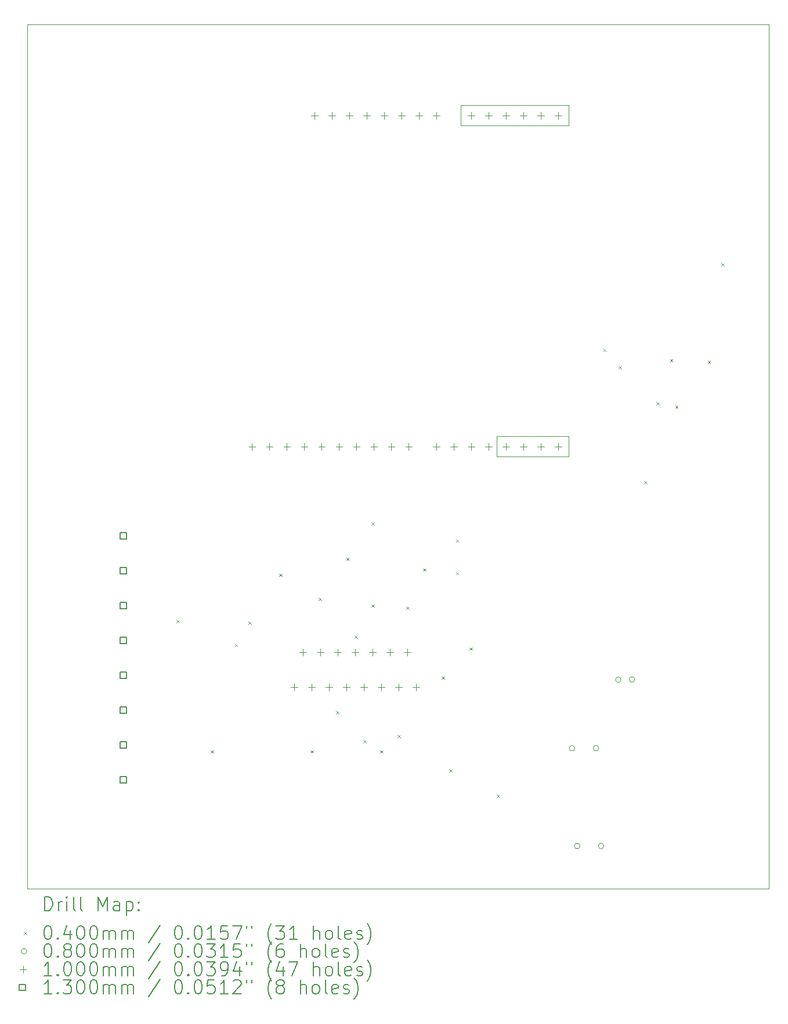
<source format=gbr>
%TF.GenerationSoftware,KiCad,Pcbnew,7.0.8*%
%TF.CreationDate,2024-03-05T18:55:30+01:00*%
%TF.ProjectId,Hacheur 4Q,48616368-6575-4722-9034-512e6b696361,rev?*%
%TF.SameCoordinates,Original*%
%TF.FileFunction,Drillmap*%
%TF.FilePolarity,Positive*%
%FSLAX45Y45*%
G04 Gerber Fmt 4.5, Leading zero omitted, Abs format (unit mm)*
G04 Created by KiCad (PCBNEW 7.0.8) date 2024-03-05 18:55:30*
%MOMM*%
%LPD*%
G01*
G04 APERTURE LIST*
%ADD10C,0.100000*%
%ADD11C,0.200000*%
%ADD12C,0.040000*%
%ADD13C,0.080000*%
%ADD14C,0.130000*%
G04 APERTURE END LIST*
D10*
X10500000Y-2100000D02*
X21325000Y-2100000D01*
X18400000Y-3575000D02*
X16825000Y-3575000D01*
X16825000Y-3275000D01*
X18400000Y-3275000D01*
X18400000Y-3575000D01*
X18400000Y-8400000D02*
X17350000Y-8400000D01*
X17350000Y-8100000D01*
X18400000Y-8100000D01*
X18400000Y-8400000D01*
X21325000Y-14700000D02*
X10500000Y-14700000D01*
X10500000Y-14700000D02*
X10500000Y-2100000D01*
X21325000Y-2100000D02*
X21325000Y-14700000D01*
D11*
D12*
X12680000Y-10780000D02*
X12720000Y-10820000D01*
X12720000Y-10780000D02*
X12680000Y-10820000D01*
X13180000Y-12680000D02*
X13220000Y-12720000D01*
X13220000Y-12680000D02*
X13180000Y-12720000D01*
X13530000Y-11130000D02*
X13570000Y-11170000D01*
X13570000Y-11130000D02*
X13530000Y-11170000D01*
X13730000Y-10805000D02*
X13770000Y-10845000D01*
X13770000Y-10805000D02*
X13730000Y-10845000D01*
X14180000Y-10105000D02*
X14220000Y-10145000D01*
X14220000Y-10105000D02*
X14180000Y-10145000D01*
X14633000Y-12680000D02*
X14673000Y-12720000D01*
X14673000Y-12680000D02*
X14633000Y-12720000D01*
X14755000Y-10455000D02*
X14795000Y-10495000D01*
X14795000Y-10455000D02*
X14755000Y-10495000D01*
X15005000Y-12105000D02*
X15045000Y-12145000D01*
X15045000Y-12105000D02*
X15005000Y-12145000D01*
X15155000Y-9870000D02*
X15195000Y-9910000D01*
X15195000Y-9870000D02*
X15155000Y-9910000D01*
X15280000Y-11005000D02*
X15320000Y-11045000D01*
X15320000Y-11005000D02*
X15280000Y-11045000D01*
X15405000Y-12530000D02*
X15445000Y-12570000D01*
X15445000Y-12530000D02*
X15405000Y-12570000D01*
X15522000Y-9355000D02*
X15562000Y-9395000D01*
X15562000Y-9355000D02*
X15522000Y-9395000D01*
X15522000Y-10555000D02*
X15562000Y-10595000D01*
X15562000Y-10555000D02*
X15522000Y-10595000D01*
X15649000Y-12680000D02*
X15689000Y-12720000D01*
X15689000Y-12680000D02*
X15649000Y-12720000D01*
X15905000Y-12455000D02*
X15945000Y-12495000D01*
X15945000Y-12455000D02*
X15905000Y-12495000D01*
X16031993Y-10581993D02*
X16071993Y-10621993D01*
X16071993Y-10581993D02*
X16031993Y-10621993D01*
X16280000Y-10030000D02*
X16320000Y-10070000D01*
X16320000Y-10030000D02*
X16280000Y-10070000D01*
X16544950Y-11605000D02*
X16584950Y-11645000D01*
X16584950Y-11605000D02*
X16544950Y-11645000D01*
X16655000Y-12955000D02*
X16695000Y-12995000D01*
X16695000Y-12955000D02*
X16655000Y-12995000D01*
X16755000Y-9605000D02*
X16795000Y-9645000D01*
X16795000Y-9605000D02*
X16755000Y-9645000D01*
X16755000Y-10080000D02*
X16795000Y-10120000D01*
X16795000Y-10080000D02*
X16755000Y-10120000D01*
X16955000Y-11180000D02*
X16995000Y-11220000D01*
X16995000Y-11180000D02*
X16955000Y-11220000D01*
X17355000Y-13330000D02*
X17395000Y-13370000D01*
X17395000Y-13330000D02*
X17355000Y-13370000D01*
X18905000Y-6830000D02*
X18945000Y-6870000D01*
X18945000Y-6830000D02*
X18905000Y-6870000D01*
X19130000Y-7080000D02*
X19170000Y-7120000D01*
X19170000Y-7080000D02*
X19130000Y-7120000D01*
X19505000Y-8755000D02*
X19545000Y-8795000D01*
X19545000Y-8755000D02*
X19505000Y-8795000D01*
X19680000Y-7605000D02*
X19720000Y-7645000D01*
X19720000Y-7605000D02*
X19680000Y-7645000D01*
X19880000Y-6980000D02*
X19920000Y-7020000D01*
X19920000Y-6980000D02*
X19880000Y-7020000D01*
X19955000Y-7655000D02*
X19995000Y-7695000D01*
X19995000Y-7655000D02*
X19955000Y-7695000D01*
X20430000Y-7005000D02*
X20470000Y-7045000D01*
X20470000Y-7005000D02*
X20430000Y-7045000D01*
X20630000Y-5580000D02*
X20670000Y-5620000D01*
X20670000Y-5580000D02*
X20630000Y-5620000D01*
D13*
X18490000Y-12650000D02*
G75*
G03*
X18490000Y-12650000I-40000J0D01*
G01*
X18565000Y-14075000D02*
G75*
G03*
X18565000Y-14075000I-40000J0D01*
G01*
X18840000Y-12650000D02*
G75*
G03*
X18840000Y-12650000I-40000J0D01*
G01*
X18915000Y-14075000D02*
G75*
G03*
X18915000Y-14075000I-40000J0D01*
G01*
X19165000Y-11650000D02*
G75*
G03*
X19165000Y-11650000I-40000J0D01*
G01*
X19365000Y-11650000D02*
G75*
G03*
X19365000Y-11650000I-40000J0D01*
G01*
D10*
X13782000Y-8201000D02*
X13782000Y-8301000D01*
X13732000Y-8251000D02*
X13832000Y-8251000D01*
X14036000Y-8201000D02*
X14036000Y-8301000D01*
X13986000Y-8251000D02*
X14086000Y-8251000D01*
X14290000Y-8201000D02*
X14290000Y-8301000D01*
X14240000Y-8251000D02*
X14340000Y-8251000D01*
X14399000Y-11708000D02*
X14399000Y-11808000D01*
X14349000Y-11758000D02*
X14449000Y-11758000D01*
X14526000Y-11200000D02*
X14526000Y-11300000D01*
X14476000Y-11250000D02*
X14576000Y-11250000D01*
X14544000Y-8201000D02*
X14544000Y-8301000D01*
X14494000Y-8251000D02*
X14594000Y-8251000D01*
X14653000Y-11708000D02*
X14653000Y-11808000D01*
X14603000Y-11758000D02*
X14703000Y-11758000D01*
X14696000Y-3375000D02*
X14696000Y-3475000D01*
X14646000Y-3425000D02*
X14746000Y-3425000D01*
X14780000Y-11200000D02*
X14780000Y-11300000D01*
X14730000Y-11250000D02*
X14830000Y-11250000D01*
X14798000Y-8201000D02*
X14798000Y-8301000D01*
X14748000Y-8251000D02*
X14848000Y-8251000D01*
X14907000Y-11708000D02*
X14907000Y-11808000D01*
X14857000Y-11758000D02*
X14957000Y-11758000D01*
X14950000Y-3375000D02*
X14950000Y-3475000D01*
X14900000Y-3425000D02*
X15000000Y-3425000D01*
X15034000Y-11200000D02*
X15034000Y-11300000D01*
X14984000Y-11250000D02*
X15084000Y-11250000D01*
X15052000Y-8201000D02*
X15052000Y-8301000D01*
X15002000Y-8251000D02*
X15102000Y-8251000D01*
X15161000Y-11708000D02*
X15161000Y-11808000D01*
X15111000Y-11758000D02*
X15211000Y-11758000D01*
X15204000Y-3375000D02*
X15204000Y-3475000D01*
X15154000Y-3425000D02*
X15254000Y-3425000D01*
X15288000Y-11200000D02*
X15288000Y-11300000D01*
X15238000Y-11250000D02*
X15338000Y-11250000D01*
X15306000Y-8201000D02*
X15306000Y-8301000D01*
X15256000Y-8251000D02*
X15356000Y-8251000D01*
X15415000Y-11708000D02*
X15415000Y-11808000D01*
X15365000Y-11758000D02*
X15465000Y-11758000D01*
X15458000Y-3375000D02*
X15458000Y-3475000D01*
X15408000Y-3425000D02*
X15508000Y-3425000D01*
X15542000Y-11200000D02*
X15542000Y-11300000D01*
X15492000Y-11250000D02*
X15592000Y-11250000D01*
X15560000Y-8201000D02*
X15560000Y-8301000D01*
X15510000Y-8251000D02*
X15610000Y-8251000D01*
X15669000Y-11708000D02*
X15669000Y-11808000D01*
X15619000Y-11758000D02*
X15719000Y-11758000D01*
X15712000Y-3375000D02*
X15712000Y-3475000D01*
X15662000Y-3425000D02*
X15762000Y-3425000D01*
X15796000Y-11200000D02*
X15796000Y-11300000D01*
X15746000Y-11250000D02*
X15846000Y-11250000D01*
X15814000Y-8201000D02*
X15814000Y-8301000D01*
X15764000Y-8251000D02*
X15864000Y-8251000D01*
X15923000Y-11708000D02*
X15923000Y-11808000D01*
X15873000Y-11758000D02*
X15973000Y-11758000D01*
X15966000Y-3375000D02*
X15966000Y-3475000D01*
X15916000Y-3425000D02*
X16016000Y-3425000D01*
X16050000Y-11200000D02*
X16050000Y-11300000D01*
X16000000Y-11250000D02*
X16100000Y-11250000D01*
X16068000Y-8201000D02*
X16068000Y-8301000D01*
X16018000Y-8251000D02*
X16118000Y-8251000D01*
X16177000Y-11708000D02*
X16177000Y-11808000D01*
X16127000Y-11758000D02*
X16227000Y-11758000D01*
X16220000Y-3375000D02*
X16220000Y-3475000D01*
X16170000Y-3425000D02*
X16270000Y-3425000D01*
X16474000Y-3375000D02*
X16474000Y-3475000D01*
X16424000Y-3425000D02*
X16524000Y-3425000D01*
X16474000Y-8201000D02*
X16474000Y-8301000D01*
X16424000Y-8251000D02*
X16524000Y-8251000D01*
X16728000Y-8201000D02*
X16728000Y-8301000D01*
X16678000Y-8251000D02*
X16778000Y-8251000D01*
X16982000Y-3375000D02*
X16982000Y-3475000D01*
X16932000Y-3425000D02*
X17032000Y-3425000D01*
X16982000Y-8201000D02*
X16982000Y-8301000D01*
X16932000Y-8251000D02*
X17032000Y-8251000D01*
X17236000Y-3375000D02*
X17236000Y-3475000D01*
X17186000Y-3425000D02*
X17286000Y-3425000D01*
X17236000Y-8201000D02*
X17236000Y-8301000D01*
X17186000Y-8251000D02*
X17286000Y-8251000D01*
X17490000Y-3375000D02*
X17490000Y-3475000D01*
X17440000Y-3425000D02*
X17540000Y-3425000D01*
X17490000Y-8201000D02*
X17490000Y-8301000D01*
X17440000Y-8251000D02*
X17540000Y-8251000D01*
X17744000Y-3375000D02*
X17744000Y-3475000D01*
X17694000Y-3425000D02*
X17794000Y-3425000D01*
X17744000Y-8201000D02*
X17744000Y-8301000D01*
X17694000Y-8251000D02*
X17794000Y-8251000D01*
X17998000Y-3375000D02*
X17998000Y-3475000D01*
X17948000Y-3425000D02*
X18048000Y-3425000D01*
X17998000Y-8201000D02*
X17998000Y-8301000D01*
X17948000Y-8251000D02*
X18048000Y-8251000D01*
X18252000Y-3375000D02*
X18252000Y-3475000D01*
X18202000Y-3425000D02*
X18302000Y-3425000D01*
X18252000Y-8201000D02*
X18252000Y-8301000D01*
X18202000Y-8251000D02*
X18302000Y-8251000D01*
D14*
X11945962Y-9597962D02*
X11945962Y-9506038D01*
X11854038Y-9506038D01*
X11854038Y-9597962D01*
X11945962Y-9597962D01*
X11945962Y-10105962D02*
X11945962Y-10014038D01*
X11854038Y-10014038D01*
X11854038Y-10105962D01*
X11945962Y-10105962D01*
X11945962Y-10613962D02*
X11945962Y-10522038D01*
X11854038Y-10522038D01*
X11854038Y-10613962D01*
X11945962Y-10613962D01*
X11945962Y-11121962D02*
X11945962Y-11030038D01*
X11854038Y-11030038D01*
X11854038Y-11121962D01*
X11945962Y-11121962D01*
X11945962Y-11629962D02*
X11945962Y-11538038D01*
X11854038Y-11538038D01*
X11854038Y-11629962D01*
X11945962Y-11629962D01*
X11945962Y-12137962D02*
X11945962Y-12046038D01*
X11854038Y-12046038D01*
X11854038Y-12137962D01*
X11945962Y-12137962D01*
X11945962Y-12645962D02*
X11945962Y-12554038D01*
X11854038Y-12554038D01*
X11854038Y-12645962D01*
X11945962Y-12645962D01*
X11945962Y-13153962D02*
X11945962Y-13062038D01*
X11854038Y-13062038D01*
X11854038Y-13153962D01*
X11945962Y-13153962D01*
D11*
X10755777Y-15016484D02*
X10755777Y-14816484D01*
X10755777Y-14816484D02*
X10803396Y-14816484D01*
X10803396Y-14816484D02*
X10831967Y-14826008D01*
X10831967Y-14826008D02*
X10851015Y-14845055D01*
X10851015Y-14845055D02*
X10860539Y-14864103D01*
X10860539Y-14864103D02*
X10870063Y-14902198D01*
X10870063Y-14902198D02*
X10870063Y-14930769D01*
X10870063Y-14930769D02*
X10860539Y-14968865D01*
X10860539Y-14968865D02*
X10851015Y-14987912D01*
X10851015Y-14987912D02*
X10831967Y-15006960D01*
X10831967Y-15006960D02*
X10803396Y-15016484D01*
X10803396Y-15016484D02*
X10755777Y-15016484D01*
X10955777Y-15016484D02*
X10955777Y-14883150D01*
X10955777Y-14921246D02*
X10965301Y-14902198D01*
X10965301Y-14902198D02*
X10974824Y-14892674D01*
X10974824Y-14892674D02*
X10993872Y-14883150D01*
X10993872Y-14883150D02*
X11012920Y-14883150D01*
X11079586Y-15016484D02*
X11079586Y-14883150D01*
X11079586Y-14816484D02*
X11070063Y-14826008D01*
X11070063Y-14826008D02*
X11079586Y-14835531D01*
X11079586Y-14835531D02*
X11089110Y-14826008D01*
X11089110Y-14826008D02*
X11079586Y-14816484D01*
X11079586Y-14816484D02*
X11079586Y-14835531D01*
X11203396Y-15016484D02*
X11184348Y-15006960D01*
X11184348Y-15006960D02*
X11174824Y-14987912D01*
X11174824Y-14987912D02*
X11174824Y-14816484D01*
X11308158Y-15016484D02*
X11289110Y-15006960D01*
X11289110Y-15006960D02*
X11279586Y-14987912D01*
X11279586Y-14987912D02*
X11279586Y-14816484D01*
X11536729Y-15016484D02*
X11536729Y-14816484D01*
X11536729Y-14816484D02*
X11603396Y-14959341D01*
X11603396Y-14959341D02*
X11670062Y-14816484D01*
X11670062Y-14816484D02*
X11670062Y-15016484D01*
X11851015Y-15016484D02*
X11851015Y-14911722D01*
X11851015Y-14911722D02*
X11841491Y-14892674D01*
X11841491Y-14892674D02*
X11822443Y-14883150D01*
X11822443Y-14883150D02*
X11784348Y-14883150D01*
X11784348Y-14883150D02*
X11765301Y-14892674D01*
X11851015Y-15006960D02*
X11831967Y-15016484D01*
X11831967Y-15016484D02*
X11784348Y-15016484D01*
X11784348Y-15016484D02*
X11765301Y-15006960D01*
X11765301Y-15006960D02*
X11755777Y-14987912D01*
X11755777Y-14987912D02*
X11755777Y-14968865D01*
X11755777Y-14968865D02*
X11765301Y-14949817D01*
X11765301Y-14949817D02*
X11784348Y-14940293D01*
X11784348Y-14940293D02*
X11831967Y-14940293D01*
X11831967Y-14940293D02*
X11851015Y-14930769D01*
X11946253Y-14883150D02*
X11946253Y-15083150D01*
X11946253Y-14892674D02*
X11965301Y-14883150D01*
X11965301Y-14883150D02*
X12003396Y-14883150D01*
X12003396Y-14883150D02*
X12022443Y-14892674D01*
X12022443Y-14892674D02*
X12031967Y-14902198D01*
X12031967Y-14902198D02*
X12041491Y-14921246D01*
X12041491Y-14921246D02*
X12041491Y-14978388D01*
X12041491Y-14978388D02*
X12031967Y-14997436D01*
X12031967Y-14997436D02*
X12022443Y-15006960D01*
X12022443Y-15006960D02*
X12003396Y-15016484D01*
X12003396Y-15016484D02*
X11965301Y-15016484D01*
X11965301Y-15016484D02*
X11946253Y-15006960D01*
X12127205Y-14997436D02*
X12136729Y-15006960D01*
X12136729Y-15006960D02*
X12127205Y-15016484D01*
X12127205Y-15016484D02*
X12117682Y-15006960D01*
X12117682Y-15006960D02*
X12127205Y-14997436D01*
X12127205Y-14997436D02*
X12127205Y-15016484D01*
X12127205Y-14892674D02*
X12136729Y-14902198D01*
X12136729Y-14902198D02*
X12127205Y-14911722D01*
X12127205Y-14911722D02*
X12117682Y-14902198D01*
X12117682Y-14902198D02*
X12127205Y-14892674D01*
X12127205Y-14892674D02*
X12127205Y-14911722D01*
D12*
X10455000Y-15325000D02*
X10495000Y-15365000D01*
X10495000Y-15325000D02*
X10455000Y-15365000D01*
D11*
X10793872Y-15236484D02*
X10812920Y-15236484D01*
X10812920Y-15236484D02*
X10831967Y-15246008D01*
X10831967Y-15246008D02*
X10841491Y-15255531D01*
X10841491Y-15255531D02*
X10851015Y-15274579D01*
X10851015Y-15274579D02*
X10860539Y-15312674D01*
X10860539Y-15312674D02*
X10860539Y-15360293D01*
X10860539Y-15360293D02*
X10851015Y-15398388D01*
X10851015Y-15398388D02*
X10841491Y-15417436D01*
X10841491Y-15417436D02*
X10831967Y-15426960D01*
X10831967Y-15426960D02*
X10812920Y-15436484D01*
X10812920Y-15436484D02*
X10793872Y-15436484D01*
X10793872Y-15436484D02*
X10774824Y-15426960D01*
X10774824Y-15426960D02*
X10765301Y-15417436D01*
X10765301Y-15417436D02*
X10755777Y-15398388D01*
X10755777Y-15398388D02*
X10746253Y-15360293D01*
X10746253Y-15360293D02*
X10746253Y-15312674D01*
X10746253Y-15312674D02*
X10755777Y-15274579D01*
X10755777Y-15274579D02*
X10765301Y-15255531D01*
X10765301Y-15255531D02*
X10774824Y-15246008D01*
X10774824Y-15246008D02*
X10793872Y-15236484D01*
X10946253Y-15417436D02*
X10955777Y-15426960D01*
X10955777Y-15426960D02*
X10946253Y-15436484D01*
X10946253Y-15436484D02*
X10936729Y-15426960D01*
X10936729Y-15426960D02*
X10946253Y-15417436D01*
X10946253Y-15417436D02*
X10946253Y-15436484D01*
X11127205Y-15303150D02*
X11127205Y-15436484D01*
X11079586Y-15226960D02*
X11031967Y-15369817D01*
X11031967Y-15369817D02*
X11155777Y-15369817D01*
X11270062Y-15236484D02*
X11289110Y-15236484D01*
X11289110Y-15236484D02*
X11308158Y-15246008D01*
X11308158Y-15246008D02*
X11317682Y-15255531D01*
X11317682Y-15255531D02*
X11327205Y-15274579D01*
X11327205Y-15274579D02*
X11336729Y-15312674D01*
X11336729Y-15312674D02*
X11336729Y-15360293D01*
X11336729Y-15360293D02*
X11327205Y-15398388D01*
X11327205Y-15398388D02*
X11317682Y-15417436D01*
X11317682Y-15417436D02*
X11308158Y-15426960D01*
X11308158Y-15426960D02*
X11289110Y-15436484D01*
X11289110Y-15436484D02*
X11270062Y-15436484D01*
X11270062Y-15436484D02*
X11251015Y-15426960D01*
X11251015Y-15426960D02*
X11241491Y-15417436D01*
X11241491Y-15417436D02*
X11231967Y-15398388D01*
X11231967Y-15398388D02*
X11222443Y-15360293D01*
X11222443Y-15360293D02*
X11222443Y-15312674D01*
X11222443Y-15312674D02*
X11231967Y-15274579D01*
X11231967Y-15274579D02*
X11241491Y-15255531D01*
X11241491Y-15255531D02*
X11251015Y-15246008D01*
X11251015Y-15246008D02*
X11270062Y-15236484D01*
X11460539Y-15236484D02*
X11479586Y-15236484D01*
X11479586Y-15236484D02*
X11498634Y-15246008D01*
X11498634Y-15246008D02*
X11508158Y-15255531D01*
X11508158Y-15255531D02*
X11517682Y-15274579D01*
X11517682Y-15274579D02*
X11527205Y-15312674D01*
X11527205Y-15312674D02*
X11527205Y-15360293D01*
X11527205Y-15360293D02*
X11517682Y-15398388D01*
X11517682Y-15398388D02*
X11508158Y-15417436D01*
X11508158Y-15417436D02*
X11498634Y-15426960D01*
X11498634Y-15426960D02*
X11479586Y-15436484D01*
X11479586Y-15436484D02*
X11460539Y-15436484D01*
X11460539Y-15436484D02*
X11441491Y-15426960D01*
X11441491Y-15426960D02*
X11431967Y-15417436D01*
X11431967Y-15417436D02*
X11422443Y-15398388D01*
X11422443Y-15398388D02*
X11412920Y-15360293D01*
X11412920Y-15360293D02*
X11412920Y-15312674D01*
X11412920Y-15312674D02*
X11422443Y-15274579D01*
X11422443Y-15274579D02*
X11431967Y-15255531D01*
X11431967Y-15255531D02*
X11441491Y-15246008D01*
X11441491Y-15246008D02*
X11460539Y-15236484D01*
X11612920Y-15436484D02*
X11612920Y-15303150D01*
X11612920Y-15322198D02*
X11622443Y-15312674D01*
X11622443Y-15312674D02*
X11641491Y-15303150D01*
X11641491Y-15303150D02*
X11670063Y-15303150D01*
X11670063Y-15303150D02*
X11689110Y-15312674D01*
X11689110Y-15312674D02*
X11698634Y-15331722D01*
X11698634Y-15331722D02*
X11698634Y-15436484D01*
X11698634Y-15331722D02*
X11708158Y-15312674D01*
X11708158Y-15312674D02*
X11727205Y-15303150D01*
X11727205Y-15303150D02*
X11755777Y-15303150D01*
X11755777Y-15303150D02*
X11774824Y-15312674D01*
X11774824Y-15312674D02*
X11784348Y-15331722D01*
X11784348Y-15331722D02*
X11784348Y-15436484D01*
X11879586Y-15436484D02*
X11879586Y-15303150D01*
X11879586Y-15322198D02*
X11889110Y-15312674D01*
X11889110Y-15312674D02*
X11908158Y-15303150D01*
X11908158Y-15303150D02*
X11936729Y-15303150D01*
X11936729Y-15303150D02*
X11955777Y-15312674D01*
X11955777Y-15312674D02*
X11965301Y-15331722D01*
X11965301Y-15331722D02*
X11965301Y-15436484D01*
X11965301Y-15331722D02*
X11974824Y-15312674D01*
X11974824Y-15312674D02*
X11993872Y-15303150D01*
X11993872Y-15303150D02*
X12022443Y-15303150D01*
X12022443Y-15303150D02*
X12041491Y-15312674D01*
X12041491Y-15312674D02*
X12051015Y-15331722D01*
X12051015Y-15331722D02*
X12051015Y-15436484D01*
X12441491Y-15226960D02*
X12270063Y-15484103D01*
X12698634Y-15236484D02*
X12717682Y-15236484D01*
X12717682Y-15236484D02*
X12736729Y-15246008D01*
X12736729Y-15246008D02*
X12746253Y-15255531D01*
X12746253Y-15255531D02*
X12755777Y-15274579D01*
X12755777Y-15274579D02*
X12765301Y-15312674D01*
X12765301Y-15312674D02*
X12765301Y-15360293D01*
X12765301Y-15360293D02*
X12755777Y-15398388D01*
X12755777Y-15398388D02*
X12746253Y-15417436D01*
X12746253Y-15417436D02*
X12736729Y-15426960D01*
X12736729Y-15426960D02*
X12717682Y-15436484D01*
X12717682Y-15436484D02*
X12698634Y-15436484D01*
X12698634Y-15436484D02*
X12679586Y-15426960D01*
X12679586Y-15426960D02*
X12670063Y-15417436D01*
X12670063Y-15417436D02*
X12660539Y-15398388D01*
X12660539Y-15398388D02*
X12651015Y-15360293D01*
X12651015Y-15360293D02*
X12651015Y-15312674D01*
X12651015Y-15312674D02*
X12660539Y-15274579D01*
X12660539Y-15274579D02*
X12670063Y-15255531D01*
X12670063Y-15255531D02*
X12679586Y-15246008D01*
X12679586Y-15246008D02*
X12698634Y-15236484D01*
X12851015Y-15417436D02*
X12860539Y-15426960D01*
X12860539Y-15426960D02*
X12851015Y-15436484D01*
X12851015Y-15436484D02*
X12841491Y-15426960D01*
X12841491Y-15426960D02*
X12851015Y-15417436D01*
X12851015Y-15417436D02*
X12851015Y-15436484D01*
X12984348Y-15236484D02*
X13003396Y-15236484D01*
X13003396Y-15236484D02*
X13022444Y-15246008D01*
X13022444Y-15246008D02*
X13031967Y-15255531D01*
X13031967Y-15255531D02*
X13041491Y-15274579D01*
X13041491Y-15274579D02*
X13051015Y-15312674D01*
X13051015Y-15312674D02*
X13051015Y-15360293D01*
X13051015Y-15360293D02*
X13041491Y-15398388D01*
X13041491Y-15398388D02*
X13031967Y-15417436D01*
X13031967Y-15417436D02*
X13022444Y-15426960D01*
X13022444Y-15426960D02*
X13003396Y-15436484D01*
X13003396Y-15436484D02*
X12984348Y-15436484D01*
X12984348Y-15436484D02*
X12965301Y-15426960D01*
X12965301Y-15426960D02*
X12955777Y-15417436D01*
X12955777Y-15417436D02*
X12946253Y-15398388D01*
X12946253Y-15398388D02*
X12936729Y-15360293D01*
X12936729Y-15360293D02*
X12936729Y-15312674D01*
X12936729Y-15312674D02*
X12946253Y-15274579D01*
X12946253Y-15274579D02*
X12955777Y-15255531D01*
X12955777Y-15255531D02*
X12965301Y-15246008D01*
X12965301Y-15246008D02*
X12984348Y-15236484D01*
X13241491Y-15436484D02*
X13127206Y-15436484D01*
X13184348Y-15436484D02*
X13184348Y-15236484D01*
X13184348Y-15236484D02*
X13165301Y-15265055D01*
X13165301Y-15265055D02*
X13146253Y-15284103D01*
X13146253Y-15284103D02*
X13127206Y-15293627D01*
X13422444Y-15236484D02*
X13327206Y-15236484D01*
X13327206Y-15236484D02*
X13317682Y-15331722D01*
X13317682Y-15331722D02*
X13327206Y-15322198D01*
X13327206Y-15322198D02*
X13346253Y-15312674D01*
X13346253Y-15312674D02*
X13393872Y-15312674D01*
X13393872Y-15312674D02*
X13412920Y-15322198D01*
X13412920Y-15322198D02*
X13422444Y-15331722D01*
X13422444Y-15331722D02*
X13431967Y-15350769D01*
X13431967Y-15350769D02*
X13431967Y-15398388D01*
X13431967Y-15398388D02*
X13422444Y-15417436D01*
X13422444Y-15417436D02*
X13412920Y-15426960D01*
X13412920Y-15426960D02*
X13393872Y-15436484D01*
X13393872Y-15436484D02*
X13346253Y-15436484D01*
X13346253Y-15436484D02*
X13327206Y-15426960D01*
X13327206Y-15426960D02*
X13317682Y-15417436D01*
X13498634Y-15236484D02*
X13631967Y-15236484D01*
X13631967Y-15236484D02*
X13546253Y-15436484D01*
X13698634Y-15236484D02*
X13698634Y-15274579D01*
X13774825Y-15236484D02*
X13774825Y-15274579D01*
X14070063Y-15512674D02*
X14060539Y-15503150D01*
X14060539Y-15503150D02*
X14041491Y-15474579D01*
X14041491Y-15474579D02*
X14031968Y-15455531D01*
X14031968Y-15455531D02*
X14022444Y-15426960D01*
X14022444Y-15426960D02*
X14012920Y-15379341D01*
X14012920Y-15379341D02*
X14012920Y-15341246D01*
X14012920Y-15341246D02*
X14022444Y-15293627D01*
X14022444Y-15293627D02*
X14031968Y-15265055D01*
X14031968Y-15265055D02*
X14041491Y-15246008D01*
X14041491Y-15246008D02*
X14060539Y-15217436D01*
X14060539Y-15217436D02*
X14070063Y-15207912D01*
X14127206Y-15236484D02*
X14251015Y-15236484D01*
X14251015Y-15236484D02*
X14184348Y-15312674D01*
X14184348Y-15312674D02*
X14212920Y-15312674D01*
X14212920Y-15312674D02*
X14231968Y-15322198D01*
X14231968Y-15322198D02*
X14241491Y-15331722D01*
X14241491Y-15331722D02*
X14251015Y-15350769D01*
X14251015Y-15350769D02*
X14251015Y-15398388D01*
X14251015Y-15398388D02*
X14241491Y-15417436D01*
X14241491Y-15417436D02*
X14231968Y-15426960D01*
X14231968Y-15426960D02*
X14212920Y-15436484D01*
X14212920Y-15436484D02*
X14155777Y-15436484D01*
X14155777Y-15436484D02*
X14136729Y-15426960D01*
X14136729Y-15426960D02*
X14127206Y-15417436D01*
X14441491Y-15436484D02*
X14327206Y-15436484D01*
X14384348Y-15436484D02*
X14384348Y-15236484D01*
X14384348Y-15236484D02*
X14365301Y-15265055D01*
X14365301Y-15265055D02*
X14346253Y-15284103D01*
X14346253Y-15284103D02*
X14327206Y-15293627D01*
X14679587Y-15436484D02*
X14679587Y-15236484D01*
X14765301Y-15436484D02*
X14765301Y-15331722D01*
X14765301Y-15331722D02*
X14755777Y-15312674D01*
X14755777Y-15312674D02*
X14736730Y-15303150D01*
X14736730Y-15303150D02*
X14708158Y-15303150D01*
X14708158Y-15303150D02*
X14689110Y-15312674D01*
X14689110Y-15312674D02*
X14679587Y-15322198D01*
X14889110Y-15436484D02*
X14870063Y-15426960D01*
X14870063Y-15426960D02*
X14860539Y-15417436D01*
X14860539Y-15417436D02*
X14851015Y-15398388D01*
X14851015Y-15398388D02*
X14851015Y-15341246D01*
X14851015Y-15341246D02*
X14860539Y-15322198D01*
X14860539Y-15322198D02*
X14870063Y-15312674D01*
X14870063Y-15312674D02*
X14889110Y-15303150D01*
X14889110Y-15303150D02*
X14917682Y-15303150D01*
X14917682Y-15303150D02*
X14936730Y-15312674D01*
X14936730Y-15312674D02*
X14946253Y-15322198D01*
X14946253Y-15322198D02*
X14955777Y-15341246D01*
X14955777Y-15341246D02*
X14955777Y-15398388D01*
X14955777Y-15398388D02*
X14946253Y-15417436D01*
X14946253Y-15417436D02*
X14936730Y-15426960D01*
X14936730Y-15426960D02*
X14917682Y-15436484D01*
X14917682Y-15436484D02*
X14889110Y-15436484D01*
X15070063Y-15436484D02*
X15051015Y-15426960D01*
X15051015Y-15426960D02*
X15041491Y-15407912D01*
X15041491Y-15407912D02*
X15041491Y-15236484D01*
X15222444Y-15426960D02*
X15203396Y-15436484D01*
X15203396Y-15436484D02*
X15165301Y-15436484D01*
X15165301Y-15436484D02*
X15146253Y-15426960D01*
X15146253Y-15426960D02*
X15136730Y-15407912D01*
X15136730Y-15407912D02*
X15136730Y-15331722D01*
X15136730Y-15331722D02*
X15146253Y-15312674D01*
X15146253Y-15312674D02*
X15165301Y-15303150D01*
X15165301Y-15303150D02*
X15203396Y-15303150D01*
X15203396Y-15303150D02*
X15222444Y-15312674D01*
X15222444Y-15312674D02*
X15231968Y-15331722D01*
X15231968Y-15331722D02*
X15231968Y-15350769D01*
X15231968Y-15350769D02*
X15136730Y-15369817D01*
X15308158Y-15426960D02*
X15327206Y-15436484D01*
X15327206Y-15436484D02*
X15365301Y-15436484D01*
X15365301Y-15436484D02*
X15384349Y-15426960D01*
X15384349Y-15426960D02*
X15393872Y-15407912D01*
X15393872Y-15407912D02*
X15393872Y-15398388D01*
X15393872Y-15398388D02*
X15384349Y-15379341D01*
X15384349Y-15379341D02*
X15365301Y-15369817D01*
X15365301Y-15369817D02*
X15336730Y-15369817D01*
X15336730Y-15369817D02*
X15317682Y-15360293D01*
X15317682Y-15360293D02*
X15308158Y-15341246D01*
X15308158Y-15341246D02*
X15308158Y-15331722D01*
X15308158Y-15331722D02*
X15317682Y-15312674D01*
X15317682Y-15312674D02*
X15336730Y-15303150D01*
X15336730Y-15303150D02*
X15365301Y-15303150D01*
X15365301Y-15303150D02*
X15384349Y-15312674D01*
X15460539Y-15512674D02*
X15470063Y-15503150D01*
X15470063Y-15503150D02*
X15489111Y-15474579D01*
X15489111Y-15474579D02*
X15498634Y-15455531D01*
X15498634Y-15455531D02*
X15508158Y-15426960D01*
X15508158Y-15426960D02*
X15517682Y-15379341D01*
X15517682Y-15379341D02*
X15517682Y-15341246D01*
X15517682Y-15341246D02*
X15508158Y-15293627D01*
X15508158Y-15293627D02*
X15498634Y-15265055D01*
X15498634Y-15265055D02*
X15489111Y-15246008D01*
X15489111Y-15246008D02*
X15470063Y-15217436D01*
X15470063Y-15217436D02*
X15460539Y-15207912D01*
D13*
X10495000Y-15609000D02*
G75*
G03*
X10495000Y-15609000I-40000J0D01*
G01*
D11*
X10793872Y-15500484D02*
X10812920Y-15500484D01*
X10812920Y-15500484D02*
X10831967Y-15510008D01*
X10831967Y-15510008D02*
X10841491Y-15519531D01*
X10841491Y-15519531D02*
X10851015Y-15538579D01*
X10851015Y-15538579D02*
X10860539Y-15576674D01*
X10860539Y-15576674D02*
X10860539Y-15624293D01*
X10860539Y-15624293D02*
X10851015Y-15662388D01*
X10851015Y-15662388D02*
X10841491Y-15681436D01*
X10841491Y-15681436D02*
X10831967Y-15690960D01*
X10831967Y-15690960D02*
X10812920Y-15700484D01*
X10812920Y-15700484D02*
X10793872Y-15700484D01*
X10793872Y-15700484D02*
X10774824Y-15690960D01*
X10774824Y-15690960D02*
X10765301Y-15681436D01*
X10765301Y-15681436D02*
X10755777Y-15662388D01*
X10755777Y-15662388D02*
X10746253Y-15624293D01*
X10746253Y-15624293D02*
X10746253Y-15576674D01*
X10746253Y-15576674D02*
X10755777Y-15538579D01*
X10755777Y-15538579D02*
X10765301Y-15519531D01*
X10765301Y-15519531D02*
X10774824Y-15510008D01*
X10774824Y-15510008D02*
X10793872Y-15500484D01*
X10946253Y-15681436D02*
X10955777Y-15690960D01*
X10955777Y-15690960D02*
X10946253Y-15700484D01*
X10946253Y-15700484D02*
X10936729Y-15690960D01*
X10936729Y-15690960D02*
X10946253Y-15681436D01*
X10946253Y-15681436D02*
X10946253Y-15700484D01*
X11070063Y-15586198D02*
X11051015Y-15576674D01*
X11051015Y-15576674D02*
X11041491Y-15567150D01*
X11041491Y-15567150D02*
X11031967Y-15548103D01*
X11031967Y-15548103D02*
X11031967Y-15538579D01*
X11031967Y-15538579D02*
X11041491Y-15519531D01*
X11041491Y-15519531D02*
X11051015Y-15510008D01*
X11051015Y-15510008D02*
X11070063Y-15500484D01*
X11070063Y-15500484D02*
X11108158Y-15500484D01*
X11108158Y-15500484D02*
X11127205Y-15510008D01*
X11127205Y-15510008D02*
X11136729Y-15519531D01*
X11136729Y-15519531D02*
X11146253Y-15538579D01*
X11146253Y-15538579D02*
X11146253Y-15548103D01*
X11146253Y-15548103D02*
X11136729Y-15567150D01*
X11136729Y-15567150D02*
X11127205Y-15576674D01*
X11127205Y-15576674D02*
X11108158Y-15586198D01*
X11108158Y-15586198D02*
X11070063Y-15586198D01*
X11070063Y-15586198D02*
X11051015Y-15595722D01*
X11051015Y-15595722D02*
X11041491Y-15605246D01*
X11041491Y-15605246D02*
X11031967Y-15624293D01*
X11031967Y-15624293D02*
X11031967Y-15662388D01*
X11031967Y-15662388D02*
X11041491Y-15681436D01*
X11041491Y-15681436D02*
X11051015Y-15690960D01*
X11051015Y-15690960D02*
X11070063Y-15700484D01*
X11070063Y-15700484D02*
X11108158Y-15700484D01*
X11108158Y-15700484D02*
X11127205Y-15690960D01*
X11127205Y-15690960D02*
X11136729Y-15681436D01*
X11136729Y-15681436D02*
X11146253Y-15662388D01*
X11146253Y-15662388D02*
X11146253Y-15624293D01*
X11146253Y-15624293D02*
X11136729Y-15605246D01*
X11136729Y-15605246D02*
X11127205Y-15595722D01*
X11127205Y-15595722D02*
X11108158Y-15586198D01*
X11270062Y-15500484D02*
X11289110Y-15500484D01*
X11289110Y-15500484D02*
X11308158Y-15510008D01*
X11308158Y-15510008D02*
X11317682Y-15519531D01*
X11317682Y-15519531D02*
X11327205Y-15538579D01*
X11327205Y-15538579D02*
X11336729Y-15576674D01*
X11336729Y-15576674D02*
X11336729Y-15624293D01*
X11336729Y-15624293D02*
X11327205Y-15662388D01*
X11327205Y-15662388D02*
X11317682Y-15681436D01*
X11317682Y-15681436D02*
X11308158Y-15690960D01*
X11308158Y-15690960D02*
X11289110Y-15700484D01*
X11289110Y-15700484D02*
X11270062Y-15700484D01*
X11270062Y-15700484D02*
X11251015Y-15690960D01*
X11251015Y-15690960D02*
X11241491Y-15681436D01*
X11241491Y-15681436D02*
X11231967Y-15662388D01*
X11231967Y-15662388D02*
X11222443Y-15624293D01*
X11222443Y-15624293D02*
X11222443Y-15576674D01*
X11222443Y-15576674D02*
X11231967Y-15538579D01*
X11231967Y-15538579D02*
X11241491Y-15519531D01*
X11241491Y-15519531D02*
X11251015Y-15510008D01*
X11251015Y-15510008D02*
X11270062Y-15500484D01*
X11460539Y-15500484D02*
X11479586Y-15500484D01*
X11479586Y-15500484D02*
X11498634Y-15510008D01*
X11498634Y-15510008D02*
X11508158Y-15519531D01*
X11508158Y-15519531D02*
X11517682Y-15538579D01*
X11517682Y-15538579D02*
X11527205Y-15576674D01*
X11527205Y-15576674D02*
X11527205Y-15624293D01*
X11527205Y-15624293D02*
X11517682Y-15662388D01*
X11517682Y-15662388D02*
X11508158Y-15681436D01*
X11508158Y-15681436D02*
X11498634Y-15690960D01*
X11498634Y-15690960D02*
X11479586Y-15700484D01*
X11479586Y-15700484D02*
X11460539Y-15700484D01*
X11460539Y-15700484D02*
X11441491Y-15690960D01*
X11441491Y-15690960D02*
X11431967Y-15681436D01*
X11431967Y-15681436D02*
X11422443Y-15662388D01*
X11422443Y-15662388D02*
X11412920Y-15624293D01*
X11412920Y-15624293D02*
X11412920Y-15576674D01*
X11412920Y-15576674D02*
X11422443Y-15538579D01*
X11422443Y-15538579D02*
X11431967Y-15519531D01*
X11431967Y-15519531D02*
X11441491Y-15510008D01*
X11441491Y-15510008D02*
X11460539Y-15500484D01*
X11612920Y-15700484D02*
X11612920Y-15567150D01*
X11612920Y-15586198D02*
X11622443Y-15576674D01*
X11622443Y-15576674D02*
X11641491Y-15567150D01*
X11641491Y-15567150D02*
X11670063Y-15567150D01*
X11670063Y-15567150D02*
X11689110Y-15576674D01*
X11689110Y-15576674D02*
X11698634Y-15595722D01*
X11698634Y-15595722D02*
X11698634Y-15700484D01*
X11698634Y-15595722D02*
X11708158Y-15576674D01*
X11708158Y-15576674D02*
X11727205Y-15567150D01*
X11727205Y-15567150D02*
X11755777Y-15567150D01*
X11755777Y-15567150D02*
X11774824Y-15576674D01*
X11774824Y-15576674D02*
X11784348Y-15595722D01*
X11784348Y-15595722D02*
X11784348Y-15700484D01*
X11879586Y-15700484D02*
X11879586Y-15567150D01*
X11879586Y-15586198D02*
X11889110Y-15576674D01*
X11889110Y-15576674D02*
X11908158Y-15567150D01*
X11908158Y-15567150D02*
X11936729Y-15567150D01*
X11936729Y-15567150D02*
X11955777Y-15576674D01*
X11955777Y-15576674D02*
X11965301Y-15595722D01*
X11965301Y-15595722D02*
X11965301Y-15700484D01*
X11965301Y-15595722D02*
X11974824Y-15576674D01*
X11974824Y-15576674D02*
X11993872Y-15567150D01*
X11993872Y-15567150D02*
X12022443Y-15567150D01*
X12022443Y-15567150D02*
X12041491Y-15576674D01*
X12041491Y-15576674D02*
X12051015Y-15595722D01*
X12051015Y-15595722D02*
X12051015Y-15700484D01*
X12441491Y-15490960D02*
X12270063Y-15748103D01*
X12698634Y-15500484D02*
X12717682Y-15500484D01*
X12717682Y-15500484D02*
X12736729Y-15510008D01*
X12736729Y-15510008D02*
X12746253Y-15519531D01*
X12746253Y-15519531D02*
X12755777Y-15538579D01*
X12755777Y-15538579D02*
X12765301Y-15576674D01*
X12765301Y-15576674D02*
X12765301Y-15624293D01*
X12765301Y-15624293D02*
X12755777Y-15662388D01*
X12755777Y-15662388D02*
X12746253Y-15681436D01*
X12746253Y-15681436D02*
X12736729Y-15690960D01*
X12736729Y-15690960D02*
X12717682Y-15700484D01*
X12717682Y-15700484D02*
X12698634Y-15700484D01*
X12698634Y-15700484D02*
X12679586Y-15690960D01*
X12679586Y-15690960D02*
X12670063Y-15681436D01*
X12670063Y-15681436D02*
X12660539Y-15662388D01*
X12660539Y-15662388D02*
X12651015Y-15624293D01*
X12651015Y-15624293D02*
X12651015Y-15576674D01*
X12651015Y-15576674D02*
X12660539Y-15538579D01*
X12660539Y-15538579D02*
X12670063Y-15519531D01*
X12670063Y-15519531D02*
X12679586Y-15510008D01*
X12679586Y-15510008D02*
X12698634Y-15500484D01*
X12851015Y-15681436D02*
X12860539Y-15690960D01*
X12860539Y-15690960D02*
X12851015Y-15700484D01*
X12851015Y-15700484D02*
X12841491Y-15690960D01*
X12841491Y-15690960D02*
X12851015Y-15681436D01*
X12851015Y-15681436D02*
X12851015Y-15700484D01*
X12984348Y-15500484D02*
X13003396Y-15500484D01*
X13003396Y-15500484D02*
X13022444Y-15510008D01*
X13022444Y-15510008D02*
X13031967Y-15519531D01*
X13031967Y-15519531D02*
X13041491Y-15538579D01*
X13041491Y-15538579D02*
X13051015Y-15576674D01*
X13051015Y-15576674D02*
X13051015Y-15624293D01*
X13051015Y-15624293D02*
X13041491Y-15662388D01*
X13041491Y-15662388D02*
X13031967Y-15681436D01*
X13031967Y-15681436D02*
X13022444Y-15690960D01*
X13022444Y-15690960D02*
X13003396Y-15700484D01*
X13003396Y-15700484D02*
X12984348Y-15700484D01*
X12984348Y-15700484D02*
X12965301Y-15690960D01*
X12965301Y-15690960D02*
X12955777Y-15681436D01*
X12955777Y-15681436D02*
X12946253Y-15662388D01*
X12946253Y-15662388D02*
X12936729Y-15624293D01*
X12936729Y-15624293D02*
X12936729Y-15576674D01*
X12936729Y-15576674D02*
X12946253Y-15538579D01*
X12946253Y-15538579D02*
X12955777Y-15519531D01*
X12955777Y-15519531D02*
X12965301Y-15510008D01*
X12965301Y-15510008D02*
X12984348Y-15500484D01*
X13117682Y-15500484D02*
X13241491Y-15500484D01*
X13241491Y-15500484D02*
X13174825Y-15576674D01*
X13174825Y-15576674D02*
X13203396Y-15576674D01*
X13203396Y-15576674D02*
X13222444Y-15586198D01*
X13222444Y-15586198D02*
X13231967Y-15595722D01*
X13231967Y-15595722D02*
X13241491Y-15614769D01*
X13241491Y-15614769D02*
X13241491Y-15662388D01*
X13241491Y-15662388D02*
X13231967Y-15681436D01*
X13231967Y-15681436D02*
X13222444Y-15690960D01*
X13222444Y-15690960D02*
X13203396Y-15700484D01*
X13203396Y-15700484D02*
X13146253Y-15700484D01*
X13146253Y-15700484D02*
X13127206Y-15690960D01*
X13127206Y-15690960D02*
X13117682Y-15681436D01*
X13431967Y-15700484D02*
X13317682Y-15700484D01*
X13374825Y-15700484D02*
X13374825Y-15500484D01*
X13374825Y-15500484D02*
X13355777Y-15529055D01*
X13355777Y-15529055D02*
X13336729Y-15548103D01*
X13336729Y-15548103D02*
X13317682Y-15557627D01*
X13612920Y-15500484D02*
X13517682Y-15500484D01*
X13517682Y-15500484D02*
X13508158Y-15595722D01*
X13508158Y-15595722D02*
X13517682Y-15586198D01*
X13517682Y-15586198D02*
X13536729Y-15576674D01*
X13536729Y-15576674D02*
X13584348Y-15576674D01*
X13584348Y-15576674D02*
X13603396Y-15586198D01*
X13603396Y-15586198D02*
X13612920Y-15595722D01*
X13612920Y-15595722D02*
X13622444Y-15614769D01*
X13622444Y-15614769D02*
X13622444Y-15662388D01*
X13622444Y-15662388D02*
X13612920Y-15681436D01*
X13612920Y-15681436D02*
X13603396Y-15690960D01*
X13603396Y-15690960D02*
X13584348Y-15700484D01*
X13584348Y-15700484D02*
X13536729Y-15700484D01*
X13536729Y-15700484D02*
X13517682Y-15690960D01*
X13517682Y-15690960D02*
X13508158Y-15681436D01*
X13698634Y-15500484D02*
X13698634Y-15538579D01*
X13774825Y-15500484D02*
X13774825Y-15538579D01*
X14070063Y-15776674D02*
X14060539Y-15767150D01*
X14060539Y-15767150D02*
X14041491Y-15738579D01*
X14041491Y-15738579D02*
X14031968Y-15719531D01*
X14031968Y-15719531D02*
X14022444Y-15690960D01*
X14022444Y-15690960D02*
X14012920Y-15643341D01*
X14012920Y-15643341D02*
X14012920Y-15605246D01*
X14012920Y-15605246D02*
X14022444Y-15557627D01*
X14022444Y-15557627D02*
X14031968Y-15529055D01*
X14031968Y-15529055D02*
X14041491Y-15510008D01*
X14041491Y-15510008D02*
X14060539Y-15481436D01*
X14060539Y-15481436D02*
X14070063Y-15471912D01*
X14231968Y-15500484D02*
X14193872Y-15500484D01*
X14193872Y-15500484D02*
X14174825Y-15510008D01*
X14174825Y-15510008D02*
X14165301Y-15519531D01*
X14165301Y-15519531D02*
X14146253Y-15548103D01*
X14146253Y-15548103D02*
X14136729Y-15586198D01*
X14136729Y-15586198D02*
X14136729Y-15662388D01*
X14136729Y-15662388D02*
X14146253Y-15681436D01*
X14146253Y-15681436D02*
X14155777Y-15690960D01*
X14155777Y-15690960D02*
X14174825Y-15700484D01*
X14174825Y-15700484D02*
X14212920Y-15700484D01*
X14212920Y-15700484D02*
X14231968Y-15690960D01*
X14231968Y-15690960D02*
X14241491Y-15681436D01*
X14241491Y-15681436D02*
X14251015Y-15662388D01*
X14251015Y-15662388D02*
X14251015Y-15614769D01*
X14251015Y-15614769D02*
X14241491Y-15595722D01*
X14241491Y-15595722D02*
X14231968Y-15586198D01*
X14231968Y-15586198D02*
X14212920Y-15576674D01*
X14212920Y-15576674D02*
X14174825Y-15576674D01*
X14174825Y-15576674D02*
X14155777Y-15586198D01*
X14155777Y-15586198D02*
X14146253Y-15595722D01*
X14146253Y-15595722D02*
X14136729Y-15614769D01*
X14489110Y-15700484D02*
X14489110Y-15500484D01*
X14574825Y-15700484D02*
X14574825Y-15595722D01*
X14574825Y-15595722D02*
X14565301Y-15576674D01*
X14565301Y-15576674D02*
X14546253Y-15567150D01*
X14546253Y-15567150D02*
X14517682Y-15567150D01*
X14517682Y-15567150D02*
X14498634Y-15576674D01*
X14498634Y-15576674D02*
X14489110Y-15586198D01*
X14698634Y-15700484D02*
X14679587Y-15690960D01*
X14679587Y-15690960D02*
X14670063Y-15681436D01*
X14670063Y-15681436D02*
X14660539Y-15662388D01*
X14660539Y-15662388D02*
X14660539Y-15605246D01*
X14660539Y-15605246D02*
X14670063Y-15586198D01*
X14670063Y-15586198D02*
X14679587Y-15576674D01*
X14679587Y-15576674D02*
X14698634Y-15567150D01*
X14698634Y-15567150D02*
X14727206Y-15567150D01*
X14727206Y-15567150D02*
X14746253Y-15576674D01*
X14746253Y-15576674D02*
X14755777Y-15586198D01*
X14755777Y-15586198D02*
X14765301Y-15605246D01*
X14765301Y-15605246D02*
X14765301Y-15662388D01*
X14765301Y-15662388D02*
X14755777Y-15681436D01*
X14755777Y-15681436D02*
X14746253Y-15690960D01*
X14746253Y-15690960D02*
X14727206Y-15700484D01*
X14727206Y-15700484D02*
X14698634Y-15700484D01*
X14879587Y-15700484D02*
X14860539Y-15690960D01*
X14860539Y-15690960D02*
X14851015Y-15671912D01*
X14851015Y-15671912D02*
X14851015Y-15500484D01*
X15031968Y-15690960D02*
X15012920Y-15700484D01*
X15012920Y-15700484D02*
X14974825Y-15700484D01*
X14974825Y-15700484D02*
X14955777Y-15690960D01*
X14955777Y-15690960D02*
X14946253Y-15671912D01*
X14946253Y-15671912D02*
X14946253Y-15595722D01*
X14946253Y-15595722D02*
X14955777Y-15576674D01*
X14955777Y-15576674D02*
X14974825Y-15567150D01*
X14974825Y-15567150D02*
X15012920Y-15567150D01*
X15012920Y-15567150D02*
X15031968Y-15576674D01*
X15031968Y-15576674D02*
X15041491Y-15595722D01*
X15041491Y-15595722D02*
X15041491Y-15614769D01*
X15041491Y-15614769D02*
X14946253Y-15633817D01*
X15117682Y-15690960D02*
X15136730Y-15700484D01*
X15136730Y-15700484D02*
X15174825Y-15700484D01*
X15174825Y-15700484D02*
X15193872Y-15690960D01*
X15193872Y-15690960D02*
X15203396Y-15671912D01*
X15203396Y-15671912D02*
X15203396Y-15662388D01*
X15203396Y-15662388D02*
X15193872Y-15643341D01*
X15193872Y-15643341D02*
X15174825Y-15633817D01*
X15174825Y-15633817D02*
X15146253Y-15633817D01*
X15146253Y-15633817D02*
X15127206Y-15624293D01*
X15127206Y-15624293D02*
X15117682Y-15605246D01*
X15117682Y-15605246D02*
X15117682Y-15595722D01*
X15117682Y-15595722D02*
X15127206Y-15576674D01*
X15127206Y-15576674D02*
X15146253Y-15567150D01*
X15146253Y-15567150D02*
X15174825Y-15567150D01*
X15174825Y-15567150D02*
X15193872Y-15576674D01*
X15270063Y-15776674D02*
X15279587Y-15767150D01*
X15279587Y-15767150D02*
X15298634Y-15738579D01*
X15298634Y-15738579D02*
X15308158Y-15719531D01*
X15308158Y-15719531D02*
X15317682Y-15690960D01*
X15317682Y-15690960D02*
X15327206Y-15643341D01*
X15327206Y-15643341D02*
X15327206Y-15605246D01*
X15327206Y-15605246D02*
X15317682Y-15557627D01*
X15317682Y-15557627D02*
X15308158Y-15529055D01*
X15308158Y-15529055D02*
X15298634Y-15510008D01*
X15298634Y-15510008D02*
X15279587Y-15481436D01*
X15279587Y-15481436D02*
X15270063Y-15471912D01*
D10*
X10445000Y-15823000D02*
X10445000Y-15923000D01*
X10395000Y-15873000D02*
X10495000Y-15873000D01*
D11*
X10860539Y-15964484D02*
X10746253Y-15964484D01*
X10803396Y-15964484D02*
X10803396Y-15764484D01*
X10803396Y-15764484D02*
X10784348Y-15793055D01*
X10784348Y-15793055D02*
X10765301Y-15812103D01*
X10765301Y-15812103D02*
X10746253Y-15821627D01*
X10946253Y-15945436D02*
X10955777Y-15954960D01*
X10955777Y-15954960D02*
X10946253Y-15964484D01*
X10946253Y-15964484D02*
X10936729Y-15954960D01*
X10936729Y-15954960D02*
X10946253Y-15945436D01*
X10946253Y-15945436D02*
X10946253Y-15964484D01*
X11079586Y-15764484D02*
X11098634Y-15764484D01*
X11098634Y-15764484D02*
X11117682Y-15774008D01*
X11117682Y-15774008D02*
X11127205Y-15783531D01*
X11127205Y-15783531D02*
X11136729Y-15802579D01*
X11136729Y-15802579D02*
X11146253Y-15840674D01*
X11146253Y-15840674D02*
X11146253Y-15888293D01*
X11146253Y-15888293D02*
X11136729Y-15926388D01*
X11136729Y-15926388D02*
X11127205Y-15945436D01*
X11127205Y-15945436D02*
X11117682Y-15954960D01*
X11117682Y-15954960D02*
X11098634Y-15964484D01*
X11098634Y-15964484D02*
X11079586Y-15964484D01*
X11079586Y-15964484D02*
X11060539Y-15954960D01*
X11060539Y-15954960D02*
X11051015Y-15945436D01*
X11051015Y-15945436D02*
X11041491Y-15926388D01*
X11041491Y-15926388D02*
X11031967Y-15888293D01*
X11031967Y-15888293D02*
X11031967Y-15840674D01*
X11031967Y-15840674D02*
X11041491Y-15802579D01*
X11041491Y-15802579D02*
X11051015Y-15783531D01*
X11051015Y-15783531D02*
X11060539Y-15774008D01*
X11060539Y-15774008D02*
X11079586Y-15764484D01*
X11270062Y-15764484D02*
X11289110Y-15764484D01*
X11289110Y-15764484D02*
X11308158Y-15774008D01*
X11308158Y-15774008D02*
X11317682Y-15783531D01*
X11317682Y-15783531D02*
X11327205Y-15802579D01*
X11327205Y-15802579D02*
X11336729Y-15840674D01*
X11336729Y-15840674D02*
X11336729Y-15888293D01*
X11336729Y-15888293D02*
X11327205Y-15926388D01*
X11327205Y-15926388D02*
X11317682Y-15945436D01*
X11317682Y-15945436D02*
X11308158Y-15954960D01*
X11308158Y-15954960D02*
X11289110Y-15964484D01*
X11289110Y-15964484D02*
X11270062Y-15964484D01*
X11270062Y-15964484D02*
X11251015Y-15954960D01*
X11251015Y-15954960D02*
X11241491Y-15945436D01*
X11241491Y-15945436D02*
X11231967Y-15926388D01*
X11231967Y-15926388D02*
X11222443Y-15888293D01*
X11222443Y-15888293D02*
X11222443Y-15840674D01*
X11222443Y-15840674D02*
X11231967Y-15802579D01*
X11231967Y-15802579D02*
X11241491Y-15783531D01*
X11241491Y-15783531D02*
X11251015Y-15774008D01*
X11251015Y-15774008D02*
X11270062Y-15764484D01*
X11460539Y-15764484D02*
X11479586Y-15764484D01*
X11479586Y-15764484D02*
X11498634Y-15774008D01*
X11498634Y-15774008D02*
X11508158Y-15783531D01*
X11508158Y-15783531D02*
X11517682Y-15802579D01*
X11517682Y-15802579D02*
X11527205Y-15840674D01*
X11527205Y-15840674D02*
X11527205Y-15888293D01*
X11527205Y-15888293D02*
X11517682Y-15926388D01*
X11517682Y-15926388D02*
X11508158Y-15945436D01*
X11508158Y-15945436D02*
X11498634Y-15954960D01*
X11498634Y-15954960D02*
X11479586Y-15964484D01*
X11479586Y-15964484D02*
X11460539Y-15964484D01*
X11460539Y-15964484D02*
X11441491Y-15954960D01*
X11441491Y-15954960D02*
X11431967Y-15945436D01*
X11431967Y-15945436D02*
X11422443Y-15926388D01*
X11422443Y-15926388D02*
X11412920Y-15888293D01*
X11412920Y-15888293D02*
X11412920Y-15840674D01*
X11412920Y-15840674D02*
X11422443Y-15802579D01*
X11422443Y-15802579D02*
X11431967Y-15783531D01*
X11431967Y-15783531D02*
X11441491Y-15774008D01*
X11441491Y-15774008D02*
X11460539Y-15764484D01*
X11612920Y-15964484D02*
X11612920Y-15831150D01*
X11612920Y-15850198D02*
X11622443Y-15840674D01*
X11622443Y-15840674D02*
X11641491Y-15831150D01*
X11641491Y-15831150D02*
X11670063Y-15831150D01*
X11670063Y-15831150D02*
X11689110Y-15840674D01*
X11689110Y-15840674D02*
X11698634Y-15859722D01*
X11698634Y-15859722D02*
X11698634Y-15964484D01*
X11698634Y-15859722D02*
X11708158Y-15840674D01*
X11708158Y-15840674D02*
X11727205Y-15831150D01*
X11727205Y-15831150D02*
X11755777Y-15831150D01*
X11755777Y-15831150D02*
X11774824Y-15840674D01*
X11774824Y-15840674D02*
X11784348Y-15859722D01*
X11784348Y-15859722D02*
X11784348Y-15964484D01*
X11879586Y-15964484D02*
X11879586Y-15831150D01*
X11879586Y-15850198D02*
X11889110Y-15840674D01*
X11889110Y-15840674D02*
X11908158Y-15831150D01*
X11908158Y-15831150D02*
X11936729Y-15831150D01*
X11936729Y-15831150D02*
X11955777Y-15840674D01*
X11955777Y-15840674D02*
X11965301Y-15859722D01*
X11965301Y-15859722D02*
X11965301Y-15964484D01*
X11965301Y-15859722D02*
X11974824Y-15840674D01*
X11974824Y-15840674D02*
X11993872Y-15831150D01*
X11993872Y-15831150D02*
X12022443Y-15831150D01*
X12022443Y-15831150D02*
X12041491Y-15840674D01*
X12041491Y-15840674D02*
X12051015Y-15859722D01*
X12051015Y-15859722D02*
X12051015Y-15964484D01*
X12441491Y-15754960D02*
X12270063Y-16012103D01*
X12698634Y-15764484D02*
X12717682Y-15764484D01*
X12717682Y-15764484D02*
X12736729Y-15774008D01*
X12736729Y-15774008D02*
X12746253Y-15783531D01*
X12746253Y-15783531D02*
X12755777Y-15802579D01*
X12755777Y-15802579D02*
X12765301Y-15840674D01*
X12765301Y-15840674D02*
X12765301Y-15888293D01*
X12765301Y-15888293D02*
X12755777Y-15926388D01*
X12755777Y-15926388D02*
X12746253Y-15945436D01*
X12746253Y-15945436D02*
X12736729Y-15954960D01*
X12736729Y-15954960D02*
X12717682Y-15964484D01*
X12717682Y-15964484D02*
X12698634Y-15964484D01*
X12698634Y-15964484D02*
X12679586Y-15954960D01*
X12679586Y-15954960D02*
X12670063Y-15945436D01*
X12670063Y-15945436D02*
X12660539Y-15926388D01*
X12660539Y-15926388D02*
X12651015Y-15888293D01*
X12651015Y-15888293D02*
X12651015Y-15840674D01*
X12651015Y-15840674D02*
X12660539Y-15802579D01*
X12660539Y-15802579D02*
X12670063Y-15783531D01*
X12670063Y-15783531D02*
X12679586Y-15774008D01*
X12679586Y-15774008D02*
X12698634Y-15764484D01*
X12851015Y-15945436D02*
X12860539Y-15954960D01*
X12860539Y-15954960D02*
X12851015Y-15964484D01*
X12851015Y-15964484D02*
X12841491Y-15954960D01*
X12841491Y-15954960D02*
X12851015Y-15945436D01*
X12851015Y-15945436D02*
X12851015Y-15964484D01*
X12984348Y-15764484D02*
X13003396Y-15764484D01*
X13003396Y-15764484D02*
X13022444Y-15774008D01*
X13022444Y-15774008D02*
X13031967Y-15783531D01*
X13031967Y-15783531D02*
X13041491Y-15802579D01*
X13041491Y-15802579D02*
X13051015Y-15840674D01*
X13051015Y-15840674D02*
X13051015Y-15888293D01*
X13051015Y-15888293D02*
X13041491Y-15926388D01*
X13041491Y-15926388D02*
X13031967Y-15945436D01*
X13031967Y-15945436D02*
X13022444Y-15954960D01*
X13022444Y-15954960D02*
X13003396Y-15964484D01*
X13003396Y-15964484D02*
X12984348Y-15964484D01*
X12984348Y-15964484D02*
X12965301Y-15954960D01*
X12965301Y-15954960D02*
X12955777Y-15945436D01*
X12955777Y-15945436D02*
X12946253Y-15926388D01*
X12946253Y-15926388D02*
X12936729Y-15888293D01*
X12936729Y-15888293D02*
X12936729Y-15840674D01*
X12936729Y-15840674D02*
X12946253Y-15802579D01*
X12946253Y-15802579D02*
X12955777Y-15783531D01*
X12955777Y-15783531D02*
X12965301Y-15774008D01*
X12965301Y-15774008D02*
X12984348Y-15764484D01*
X13117682Y-15764484D02*
X13241491Y-15764484D01*
X13241491Y-15764484D02*
X13174825Y-15840674D01*
X13174825Y-15840674D02*
X13203396Y-15840674D01*
X13203396Y-15840674D02*
X13222444Y-15850198D01*
X13222444Y-15850198D02*
X13231967Y-15859722D01*
X13231967Y-15859722D02*
X13241491Y-15878769D01*
X13241491Y-15878769D02*
X13241491Y-15926388D01*
X13241491Y-15926388D02*
X13231967Y-15945436D01*
X13231967Y-15945436D02*
X13222444Y-15954960D01*
X13222444Y-15954960D02*
X13203396Y-15964484D01*
X13203396Y-15964484D02*
X13146253Y-15964484D01*
X13146253Y-15964484D02*
X13127206Y-15954960D01*
X13127206Y-15954960D02*
X13117682Y-15945436D01*
X13336729Y-15964484D02*
X13374825Y-15964484D01*
X13374825Y-15964484D02*
X13393872Y-15954960D01*
X13393872Y-15954960D02*
X13403396Y-15945436D01*
X13403396Y-15945436D02*
X13422444Y-15916865D01*
X13422444Y-15916865D02*
X13431967Y-15878769D01*
X13431967Y-15878769D02*
X13431967Y-15802579D01*
X13431967Y-15802579D02*
X13422444Y-15783531D01*
X13422444Y-15783531D02*
X13412920Y-15774008D01*
X13412920Y-15774008D02*
X13393872Y-15764484D01*
X13393872Y-15764484D02*
X13355777Y-15764484D01*
X13355777Y-15764484D02*
X13336729Y-15774008D01*
X13336729Y-15774008D02*
X13327206Y-15783531D01*
X13327206Y-15783531D02*
X13317682Y-15802579D01*
X13317682Y-15802579D02*
X13317682Y-15850198D01*
X13317682Y-15850198D02*
X13327206Y-15869246D01*
X13327206Y-15869246D02*
X13336729Y-15878769D01*
X13336729Y-15878769D02*
X13355777Y-15888293D01*
X13355777Y-15888293D02*
X13393872Y-15888293D01*
X13393872Y-15888293D02*
X13412920Y-15878769D01*
X13412920Y-15878769D02*
X13422444Y-15869246D01*
X13422444Y-15869246D02*
X13431967Y-15850198D01*
X13603396Y-15831150D02*
X13603396Y-15964484D01*
X13555777Y-15754960D02*
X13508158Y-15897817D01*
X13508158Y-15897817D02*
X13631967Y-15897817D01*
X13698634Y-15764484D02*
X13698634Y-15802579D01*
X13774825Y-15764484D02*
X13774825Y-15802579D01*
X14070063Y-16040674D02*
X14060539Y-16031150D01*
X14060539Y-16031150D02*
X14041491Y-16002579D01*
X14041491Y-16002579D02*
X14031968Y-15983531D01*
X14031968Y-15983531D02*
X14022444Y-15954960D01*
X14022444Y-15954960D02*
X14012920Y-15907341D01*
X14012920Y-15907341D02*
X14012920Y-15869246D01*
X14012920Y-15869246D02*
X14022444Y-15821627D01*
X14022444Y-15821627D02*
X14031968Y-15793055D01*
X14031968Y-15793055D02*
X14041491Y-15774008D01*
X14041491Y-15774008D02*
X14060539Y-15745436D01*
X14060539Y-15745436D02*
X14070063Y-15735912D01*
X14231968Y-15831150D02*
X14231968Y-15964484D01*
X14184348Y-15754960D02*
X14136729Y-15897817D01*
X14136729Y-15897817D02*
X14260539Y-15897817D01*
X14317682Y-15764484D02*
X14451015Y-15764484D01*
X14451015Y-15764484D02*
X14365301Y-15964484D01*
X14679587Y-15964484D02*
X14679587Y-15764484D01*
X14765301Y-15964484D02*
X14765301Y-15859722D01*
X14765301Y-15859722D02*
X14755777Y-15840674D01*
X14755777Y-15840674D02*
X14736730Y-15831150D01*
X14736730Y-15831150D02*
X14708158Y-15831150D01*
X14708158Y-15831150D02*
X14689110Y-15840674D01*
X14689110Y-15840674D02*
X14679587Y-15850198D01*
X14889110Y-15964484D02*
X14870063Y-15954960D01*
X14870063Y-15954960D02*
X14860539Y-15945436D01*
X14860539Y-15945436D02*
X14851015Y-15926388D01*
X14851015Y-15926388D02*
X14851015Y-15869246D01*
X14851015Y-15869246D02*
X14860539Y-15850198D01*
X14860539Y-15850198D02*
X14870063Y-15840674D01*
X14870063Y-15840674D02*
X14889110Y-15831150D01*
X14889110Y-15831150D02*
X14917682Y-15831150D01*
X14917682Y-15831150D02*
X14936730Y-15840674D01*
X14936730Y-15840674D02*
X14946253Y-15850198D01*
X14946253Y-15850198D02*
X14955777Y-15869246D01*
X14955777Y-15869246D02*
X14955777Y-15926388D01*
X14955777Y-15926388D02*
X14946253Y-15945436D01*
X14946253Y-15945436D02*
X14936730Y-15954960D01*
X14936730Y-15954960D02*
X14917682Y-15964484D01*
X14917682Y-15964484D02*
X14889110Y-15964484D01*
X15070063Y-15964484D02*
X15051015Y-15954960D01*
X15051015Y-15954960D02*
X15041491Y-15935912D01*
X15041491Y-15935912D02*
X15041491Y-15764484D01*
X15222444Y-15954960D02*
X15203396Y-15964484D01*
X15203396Y-15964484D02*
X15165301Y-15964484D01*
X15165301Y-15964484D02*
X15146253Y-15954960D01*
X15146253Y-15954960D02*
X15136730Y-15935912D01*
X15136730Y-15935912D02*
X15136730Y-15859722D01*
X15136730Y-15859722D02*
X15146253Y-15840674D01*
X15146253Y-15840674D02*
X15165301Y-15831150D01*
X15165301Y-15831150D02*
X15203396Y-15831150D01*
X15203396Y-15831150D02*
X15222444Y-15840674D01*
X15222444Y-15840674D02*
X15231968Y-15859722D01*
X15231968Y-15859722D02*
X15231968Y-15878769D01*
X15231968Y-15878769D02*
X15136730Y-15897817D01*
X15308158Y-15954960D02*
X15327206Y-15964484D01*
X15327206Y-15964484D02*
X15365301Y-15964484D01*
X15365301Y-15964484D02*
X15384349Y-15954960D01*
X15384349Y-15954960D02*
X15393872Y-15935912D01*
X15393872Y-15935912D02*
X15393872Y-15926388D01*
X15393872Y-15926388D02*
X15384349Y-15907341D01*
X15384349Y-15907341D02*
X15365301Y-15897817D01*
X15365301Y-15897817D02*
X15336730Y-15897817D01*
X15336730Y-15897817D02*
X15317682Y-15888293D01*
X15317682Y-15888293D02*
X15308158Y-15869246D01*
X15308158Y-15869246D02*
X15308158Y-15859722D01*
X15308158Y-15859722D02*
X15317682Y-15840674D01*
X15317682Y-15840674D02*
X15336730Y-15831150D01*
X15336730Y-15831150D02*
X15365301Y-15831150D01*
X15365301Y-15831150D02*
X15384349Y-15840674D01*
X15460539Y-16040674D02*
X15470063Y-16031150D01*
X15470063Y-16031150D02*
X15489111Y-16002579D01*
X15489111Y-16002579D02*
X15498634Y-15983531D01*
X15498634Y-15983531D02*
X15508158Y-15954960D01*
X15508158Y-15954960D02*
X15517682Y-15907341D01*
X15517682Y-15907341D02*
X15517682Y-15869246D01*
X15517682Y-15869246D02*
X15508158Y-15821627D01*
X15508158Y-15821627D02*
X15498634Y-15793055D01*
X15498634Y-15793055D02*
X15489111Y-15774008D01*
X15489111Y-15774008D02*
X15470063Y-15745436D01*
X15470063Y-15745436D02*
X15460539Y-15735912D01*
D14*
X10475962Y-16182962D02*
X10475962Y-16091038D01*
X10384038Y-16091038D01*
X10384038Y-16182962D01*
X10475962Y-16182962D01*
D11*
X10860539Y-16228484D02*
X10746253Y-16228484D01*
X10803396Y-16228484D02*
X10803396Y-16028484D01*
X10803396Y-16028484D02*
X10784348Y-16057055D01*
X10784348Y-16057055D02*
X10765301Y-16076103D01*
X10765301Y-16076103D02*
X10746253Y-16085627D01*
X10946253Y-16209436D02*
X10955777Y-16218960D01*
X10955777Y-16218960D02*
X10946253Y-16228484D01*
X10946253Y-16228484D02*
X10936729Y-16218960D01*
X10936729Y-16218960D02*
X10946253Y-16209436D01*
X10946253Y-16209436D02*
X10946253Y-16228484D01*
X11022444Y-16028484D02*
X11146253Y-16028484D01*
X11146253Y-16028484D02*
X11079586Y-16104674D01*
X11079586Y-16104674D02*
X11108158Y-16104674D01*
X11108158Y-16104674D02*
X11127205Y-16114198D01*
X11127205Y-16114198D02*
X11136729Y-16123722D01*
X11136729Y-16123722D02*
X11146253Y-16142769D01*
X11146253Y-16142769D02*
X11146253Y-16190388D01*
X11146253Y-16190388D02*
X11136729Y-16209436D01*
X11136729Y-16209436D02*
X11127205Y-16218960D01*
X11127205Y-16218960D02*
X11108158Y-16228484D01*
X11108158Y-16228484D02*
X11051015Y-16228484D01*
X11051015Y-16228484D02*
X11031967Y-16218960D01*
X11031967Y-16218960D02*
X11022444Y-16209436D01*
X11270062Y-16028484D02*
X11289110Y-16028484D01*
X11289110Y-16028484D02*
X11308158Y-16038008D01*
X11308158Y-16038008D02*
X11317682Y-16047531D01*
X11317682Y-16047531D02*
X11327205Y-16066579D01*
X11327205Y-16066579D02*
X11336729Y-16104674D01*
X11336729Y-16104674D02*
X11336729Y-16152293D01*
X11336729Y-16152293D02*
X11327205Y-16190388D01*
X11327205Y-16190388D02*
X11317682Y-16209436D01*
X11317682Y-16209436D02*
X11308158Y-16218960D01*
X11308158Y-16218960D02*
X11289110Y-16228484D01*
X11289110Y-16228484D02*
X11270062Y-16228484D01*
X11270062Y-16228484D02*
X11251015Y-16218960D01*
X11251015Y-16218960D02*
X11241491Y-16209436D01*
X11241491Y-16209436D02*
X11231967Y-16190388D01*
X11231967Y-16190388D02*
X11222443Y-16152293D01*
X11222443Y-16152293D02*
X11222443Y-16104674D01*
X11222443Y-16104674D02*
X11231967Y-16066579D01*
X11231967Y-16066579D02*
X11241491Y-16047531D01*
X11241491Y-16047531D02*
X11251015Y-16038008D01*
X11251015Y-16038008D02*
X11270062Y-16028484D01*
X11460539Y-16028484D02*
X11479586Y-16028484D01*
X11479586Y-16028484D02*
X11498634Y-16038008D01*
X11498634Y-16038008D02*
X11508158Y-16047531D01*
X11508158Y-16047531D02*
X11517682Y-16066579D01*
X11517682Y-16066579D02*
X11527205Y-16104674D01*
X11527205Y-16104674D02*
X11527205Y-16152293D01*
X11527205Y-16152293D02*
X11517682Y-16190388D01*
X11517682Y-16190388D02*
X11508158Y-16209436D01*
X11508158Y-16209436D02*
X11498634Y-16218960D01*
X11498634Y-16218960D02*
X11479586Y-16228484D01*
X11479586Y-16228484D02*
X11460539Y-16228484D01*
X11460539Y-16228484D02*
X11441491Y-16218960D01*
X11441491Y-16218960D02*
X11431967Y-16209436D01*
X11431967Y-16209436D02*
X11422443Y-16190388D01*
X11422443Y-16190388D02*
X11412920Y-16152293D01*
X11412920Y-16152293D02*
X11412920Y-16104674D01*
X11412920Y-16104674D02*
X11422443Y-16066579D01*
X11422443Y-16066579D02*
X11431967Y-16047531D01*
X11431967Y-16047531D02*
X11441491Y-16038008D01*
X11441491Y-16038008D02*
X11460539Y-16028484D01*
X11612920Y-16228484D02*
X11612920Y-16095150D01*
X11612920Y-16114198D02*
X11622443Y-16104674D01*
X11622443Y-16104674D02*
X11641491Y-16095150D01*
X11641491Y-16095150D02*
X11670063Y-16095150D01*
X11670063Y-16095150D02*
X11689110Y-16104674D01*
X11689110Y-16104674D02*
X11698634Y-16123722D01*
X11698634Y-16123722D02*
X11698634Y-16228484D01*
X11698634Y-16123722D02*
X11708158Y-16104674D01*
X11708158Y-16104674D02*
X11727205Y-16095150D01*
X11727205Y-16095150D02*
X11755777Y-16095150D01*
X11755777Y-16095150D02*
X11774824Y-16104674D01*
X11774824Y-16104674D02*
X11784348Y-16123722D01*
X11784348Y-16123722D02*
X11784348Y-16228484D01*
X11879586Y-16228484D02*
X11879586Y-16095150D01*
X11879586Y-16114198D02*
X11889110Y-16104674D01*
X11889110Y-16104674D02*
X11908158Y-16095150D01*
X11908158Y-16095150D02*
X11936729Y-16095150D01*
X11936729Y-16095150D02*
X11955777Y-16104674D01*
X11955777Y-16104674D02*
X11965301Y-16123722D01*
X11965301Y-16123722D02*
X11965301Y-16228484D01*
X11965301Y-16123722D02*
X11974824Y-16104674D01*
X11974824Y-16104674D02*
X11993872Y-16095150D01*
X11993872Y-16095150D02*
X12022443Y-16095150D01*
X12022443Y-16095150D02*
X12041491Y-16104674D01*
X12041491Y-16104674D02*
X12051015Y-16123722D01*
X12051015Y-16123722D02*
X12051015Y-16228484D01*
X12441491Y-16018960D02*
X12270063Y-16276103D01*
X12698634Y-16028484D02*
X12717682Y-16028484D01*
X12717682Y-16028484D02*
X12736729Y-16038008D01*
X12736729Y-16038008D02*
X12746253Y-16047531D01*
X12746253Y-16047531D02*
X12755777Y-16066579D01*
X12755777Y-16066579D02*
X12765301Y-16104674D01*
X12765301Y-16104674D02*
X12765301Y-16152293D01*
X12765301Y-16152293D02*
X12755777Y-16190388D01*
X12755777Y-16190388D02*
X12746253Y-16209436D01*
X12746253Y-16209436D02*
X12736729Y-16218960D01*
X12736729Y-16218960D02*
X12717682Y-16228484D01*
X12717682Y-16228484D02*
X12698634Y-16228484D01*
X12698634Y-16228484D02*
X12679586Y-16218960D01*
X12679586Y-16218960D02*
X12670063Y-16209436D01*
X12670063Y-16209436D02*
X12660539Y-16190388D01*
X12660539Y-16190388D02*
X12651015Y-16152293D01*
X12651015Y-16152293D02*
X12651015Y-16104674D01*
X12651015Y-16104674D02*
X12660539Y-16066579D01*
X12660539Y-16066579D02*
X12670063Y-16047531D01*
X12670063Y-16047531D02*
X12679586Y-16038008D01*
X12679586Y-16038008D02*
X12698634Y-16028484D01*
X12851015Y-16209436D02*
X12860539Y-16218960D01*
X12860539Y-16218960D02*
X12851015Y-16228484D01*
X12851015Y-16228484D02*
X12841491Y-16218960D01*
X12841491Y-16218960D02*
X12851015Y-16209436D01*
X12851015Y-16209436D02*
X12851015Y-16228484D01*
X12984348Y-16028484D02*
X13003396Y-16028484D01*
X13003396Y-16028484D02*
X13022444Y-16038008D01*
X13022444Y-16038008D02*
X13031967Y-16047531D01*
X13031967Y-16047531D02*
X13041491Y-16066579D01*
X13041491Y-16066579D02*
X13051015Y-16104674D01*
X13051015Y-16104674D02*
X13051015Y-16152293D01*
X13051015Y-16152293D02*
X13041491Y-16190388D01*
X13041491Y-16190388D02*
X13031967Y-16209436D01*
X13031967Y-16209436D02*
X13022444Y-16218960D01*
X13022444Y-16218960D02*
X13003396Y-16228484D01*
X13003396Y-16228484D02*
X12984348Y-16228484D01*
X12984348Y-16228484D02*
X12965301Y-16218960D01*
X12965301Y-16218960D02*
X12955777Y-16209436D01*
X12955777Y-16209436D02*
X12946253Y-16190388D01*
X12946253Y-16190388D02*
X12936729Y-16152293D01*
X12936729Y-16152293D02*
X12936729Y-16104674D01*
X12936729Y-16104674D02*
X12946253Y-16066579D01*
X12946253Y-16066579D02*
X12955777Y-16047531D01*
X12955777Y-16047531D02*
X12965301Y-16038008D01*
X12965301Y-16038008D02*
X12984348Y-16028484D01*
X13231967Y-16028484D02*
X13136729Y-16028484D01*
X13136729Y-16028484D02*
X13127206Y-16123722D01*
X13127206Y-16123722D02*
X13136729Y-16114198D01*
X13136729Y-16114198D02*
X13155777Y-16104674D01*
X13155777Y-16104674D02*
X13203396Y-16104674D01*
X13203396Y-16104674D02*
X13222444Y-16114198D01*
X13222444Y-16114198D02*
X13231967Y-16123722D01*
X13231967Y-16123722D02*
X13241491Y-16142769D01*
X13241491Y-16142769D02*
X13241491Y-16190388D01*
X13241491Y-16190388D02*
X13231967Y-16209436D01*
X13231967Y-16209436D02*
X13222444Y-16218960D01*
X13222444Y-16218960D02*
X13203396Y-16228484D01*
X13203396Y-16228484D02*
X13155777Y-16228484D01*
X13155777Y-16228484D02*
X13136729Y-16218960D01*
X13136729Y-16218960D02*
X13127206Y-16209436D01*
X13431967Y-16228484D02*
X13317682Y-16228484D01*
X13374825Y-16228484D02*
X13374825Y-16028484D01*
X13374825Y-16028484D02*
X13355777Y-16057055D01*
X13355777Y-16057055D02*
X13336729Y-16076103D01*
X13336729Y-16076103D02*
X13317682Y-16085627D01*
X13508158Y-16047531D02*
X13517682Y-16038008D01*
X13517682Y-16038008D02*
X13536729Y-16028484D01*
X13536729Y-16028484D02*
X13584348Y-16028484D01*
X13584348Y-16028484D02*
X13603396Y-16038008D01*
X13603396Y-16038008D02*
X13612920Y-16047531D01*
X13612920Y-16047531D02*
X13622444Y-16066579D01*
X13622444Y-16066579D02*
X13622444Y-16085627D01*
X13622444Y-16085627D02*
X13612920Y-16114198D01*
X13612920Y-16114198D02*
X13498634Y-16228484D01*
X13498634Y-16228484D02*
X13622444Y-16228484D01*
X13698634Y-16028484D02*
X13698634Y-16066579D01*
X13774825Y-16028484D02*
X13774825Y-16066579D01*
X14070063Y-16304674D02*
X14060539Y-16295150D01*
X14060539Y-16295150D02*
X14041491Y-16266579D01*
X14041491Y-16266579D02*
X14031968Y-16247531D01*
X14031968Y-16247531D02*
X14022444Y-16218960D01*
X14022444Y-16218960D02*
X14012920Y-16171341D01*
X14012920Y-16171341D02*
X14012920Y-16133246D01*
X14012920Y-16133246D02*
X14022444Y-16085627D01*
X14022444Y-16085627D02*
X14031968Y-16057055D01*
X14031968Y-16057055D02*
X14041491Y-16038008D01*
X14041491Y-16038008D02*
X14060539Y-16009436D01*
X14060539Y-16009436D02*
X14070063Y-15999912D01*
X14174825Y-16114198D02*
X14155777Y-16104674D01*
X14155777Y-16104674D02*
X14146253Y-16095150D01*
X14146253Y-16095150D02*
X14136729Y-16076103D01*
X14136729Y-16076103D02*
X14136729Y-16066579D01*
X14136729Y-16066579D02*
X14146253Y-16047531D01*
X14146253Y-16047531D02*
X14155777Y-16038008D01*
X14155777Y-16038008D02*
X14174825Y-16028484D01*
X14174825Y-16028484D02*
X14212920Y-16028484D01*
X14212920Y-16028484D02*
X14231968Y-16038008D01*
X14231968Y-16038008D02*
X14241491Y-16047531D01*
X14241491Y-16047531D02*
X14251015Y-16066579D01*
X14251015Y-16066579D02*
X14251015Y-16076103D01*
X14251015Y-16076103D02*
X14241491Y-16095150D01*
X14241491Y-16095150D02*
X14231968Y-16104674D01*
X14231968Y-16104674D02*
X14212920Y-16114198D01*
X14212920Y-16114198D02*
X14174825Y-16114198D01*
X14174825Y-16114198D02*
X14155777Y-16123722D01*
X14155777Y-16123722D02*
X14146253Y-16133246D01*
X14146253Y-16133246D02*
X14136729Y-16152293D01*
X14136729Y-16152293D02*
X14136729Y-16190388D01*
X14136729Y-16190388D02*
X14146253Y-16209436D01*
X14146253Y-16209436D02*
X14155777Y-16218960D01*
X14155777Y-16218960D02*
X14174825Y-16228484D01*
X14174825Y-16228484D02*
X14212920Y-16228484D01*
X14212920Y-16228484D02*
X14231968Y-16218960D01*
X14231968Y-16218960D02*
X14241491Y-16209436D01*
X14241491Y-16209436D02*
X14251015Y-16190388D01*
X14251015Y-16190388D02*
X14251015Y-16152293D01*
X14251015Y-16152293D02*
X14241491Y-16133246D01*
X14241491Y-16133246D02*
X14231968Y-16123722D01*
X14231968Y-16123722D02*
X14212920Y-16114198D01*
X14489110Y-16228484D02*
X14489110Y-16028484D01*
X14574825Y-16228484D02*
X14574825Y-16123722D01*
X14574825Y-16123722D02*
X14565301Y-16104674D01*
X14565301Y-16104674D02*
X14546253Y-16095150D01*
X14546253Y-16095150D02*
X14517682Y-16095150D01*
X14517682Y-16095150D02*
X14498634Y-16104674D01*
X14498634Y-16104674D02*
X14489110Y-16114198D01*
X14698634Y-16228484D02*
X14679587Y-16218960D01*
X14679587Y-16218960D02*
X14670063Y-16209436D01*
X14670063Y-16209436D02*
X14660539Y-16190388D01*
X14660539Y-16190388D02*
X14660539Y-16133246D01*
X14660539Y-16133246D02*
X14670063Y-16114198D01*
X14670063Y-16114198D02*
X14679587Y-16104674D01*
X14679587Y-16104674D02*
X14698634Y-16095150D01*
X14698634Y-16095150D02*
X14727206Y-16095150D01*
X14727206Y-16095150D02*
X14746253Y-16104674D01*
X14746253Y-16104674D02*
X14755777Y-16114198D01*
X14755777Y-16114198D02*
X14765301Y-16133246D01*
X14765301Y-16133246D02*
X14765301Y-16190388D01*
X14765301Y-16190388D02*
X14755777Y-16209436D01*
X14755777Y-16209436D02*
X14746253Y-16218960D01*
X14746253Y-16218960D02*
X14727206Y-16228484D01*
X14727206Y-16228484D02*
X14698634Y-16228484D01*
X14879587Y-16228484D02*
X14860539Y-16218960D01*
X14860539Y-16218960D02*
X14851015Y-16199912D01*
X14851015Y-16199912D02*
X14851015Y-16028484D01*
X15031968Y-16218960D02*
X15012920Y-16228484D01*
X15012920Y-16228484D02*
X14974825Y-16228484D01*
X14974825Y-16228484D02*
X14955777Y-16218960D01*
X14955777Y-16218960D02*
X14946253Y-16199912D01*
X14946253Y-16199912D02*
X14946253Y-16123722D01*
X14946253Y-16123722D02*
X14955777Y-16104674D01*
X14955777Y-16104674D02*
X14974825Y-16095150D01*
X14974825Y-16095150D02*
X15012920Y-16095150D01*
X15012920Y-16095150D02*
X15031968Y-16104674D01*
X15031968Y-16104674D02*
X15041491Y-16123722D01*
X15041491Y-16123722D02*
X15041491Y-16142769D01*
X15041491Y-16142769D02*
X14946253Y-16161817D01*
X15117682Y-16218960D02*
X15136730Y-16228484D01*
X15136730Y-16228484D02*
X15174825Y-16228484D01*
X15174825Y-16228484D02*
X15193872Y-16218960D01*
X15193872Y-16218960D02*
X15203396Y-16199912D01*
X15203396Y-16199912D02*
X15203396Y-16190388D01*
X15203396Y-16190388D02*
X15193872Y-16171341D01*
X15193872Y-16171341D02*
X15174825Y-16161817D01*
X15174825Y-16161817D02*
X15146253Y-16161817D01*
X15146253Y-16161817D02*
X15127206Y-16152293D01*
X15127206Y-16152293D02*
X15117682Y-16133246D01*
X15117682Y-16133246D02*
X15117682Y-16123722D01*
X15117682Y-16123722D02*
X15127206Y-16104674D01*
X15127206Y-16104674D02*
X15146253Y-16095150D01*
X15146253Y-16095150D02*
X15174825Y-16095150D01*
X15174825Y-16095150D02*
X15193872Y-16104674D01*
X15270063Y-16304674D02*
X15279587Y-16295150D01*
X15279587Y-16295150D02*
X15298634Y-16266579D01*
X15298634Y-16266579D02*
X15308158Y-16247531D01*
X15308158Y-16247531D02*
X15317682Y-16218960D01*
X15317682Y-16218960D02*
X15327206Y-16171341D01*
X15327206Y-16171341D02*
X15327206Y-16133246D01*
X15327206Y-16133246D02*
X15317682Y-16085627D01*
X15317682Y-16085627D02*
X15308158Y-16057055D01*
X15308158Y-16057055D02*
X15298634Y-16038008D01*
X15298634Y-16038008D02*
X15279587Y-16009436D01*
X15279587Y-16009436D02*
X15270063Y-15999912D01*
M02*

</source>
